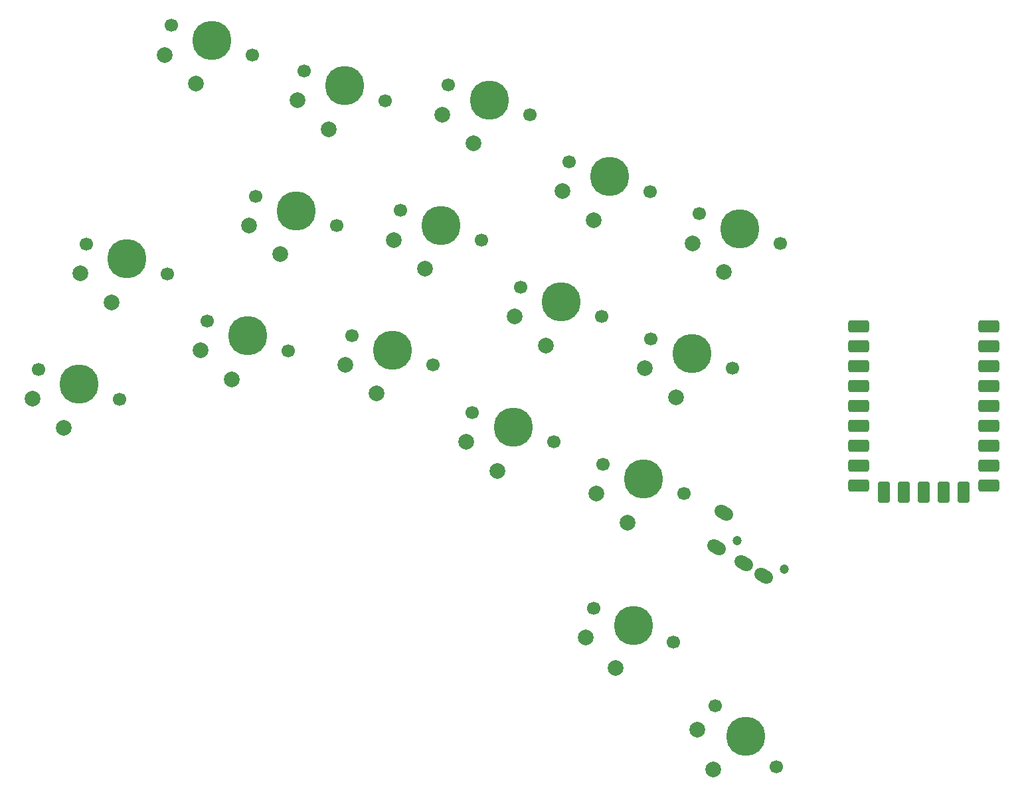
<source format=gts>
%TF.GenerationSoftware,KiCad,Pcbnew,(6.0.11)*%
%TF.CreationDate,2024-04-13T23:12:42+09:00*%
%TF.ProjectId,haqua34_left,68617175-6133-4345-9f6c-6566742e6b69,rev?*%
%TF.SameCoordinates,Original*%
%TF.FileFunction,Soldermask,Top*%
%TF.FilePolarity,Negative*%
%FSLAX46Y46*%
G04 Gerber Fmt 4.6, Leading zero omitted, Abs format (unit mm)*
G04 Created by KiCad (PCBNEW (6.0.11)) date 2024-04-13 23:12:42*
%MOMM*%
%LPD*%
G01*
G04 APERTURE LIST*
G04 Aperture macros list*
%AMRoundRect*
0 Rectangle with rounded corners*
0 $1 Rounding radius*
0 $2 $3 $4 $5 $6 $7 $8 $9 X,Y pos of 4 corners*
0 Add a 4 corners polygon primitive as box body*
4,1,4,$2,$3,$4,$5,$6,$7,$8,$9,$2,$3,0*
0 Add four circle primitives for the rounded corners*
1,1,$1+$1,$2,$3*
1,1,$1+$1,$4,$5*
1,1,$1+$1,$6,$7*
1,1,$1+$1,$8,$9*
0 Add four rect primitives between the rounded corners*
20,1,$1+$1,$2,$3,$4,$5,0*
20,1,$1+$1,$4,$5,$6,$7,0*
20,1,$1+$1,$6,$7,$8,$9,0*
20,1,$1+$1,$8,$9,$2,$3,0*%
%AMHorizOval*
0 Thick line with rounded ends*
0 $1 width*
0 $2 $3 position (X,Y) of the first rounded end (center of the circle)*
0 $4 $5 position (X,Y) of the second rounded end (center of the circle)*
0 Add line between two ends*
20,1,$1,$2,$3,$4,$5,0*
0 Add two circle primitives to create the rounded ends*
1,1,$1,$2,$3*
1,1,$1,$4,$5*%
G04 Aperture macros list end*
%ADD10C,1.200000*%
%ADD11HorizOval,1.700000X-0.341056X0.208999X0.341056X-0.208999X0*%
%ADD12C,2.000000*%
%ADD13C,5.000000*%
%ADD14C,1.700000*%
%ADD15RoundRect,0.400050X-0.965950X-0.400050X0.965950X-0.400050X0.965950X0.400050X-0.965950X0.400050X0*%
%ADD16RoundRect,0.393700X-0.393700X-0.994300X0.393700X-0.994300X0.393700X0.994300X-0.393700X0.994300X0*%
%ADD17RoundRect,0.400000X-0.400000X-0.988000X0.400000X-0.988000X0.400000X0.988000X-0.400000X0.988000X0*%
%ADD18RoundRect,0.400000X-0.966000X-0.400000X0.966000X-0.400000X0.966000X0.400000X-0.966000X0.400000X0*%
G04 APERTURE END LIST*
D10*
%TO.C,J1*%
X114502559Y-99008762D03*
X120471040Y-102666252D03*
D11*
X112786093Y-95493973D03*
X117839040Y-103516299D03*
X115281120Y-101948803D03*
X111870559Y-99858809D03*
%TD*%
D12*
%TO.C,SW4*%
X92201860Y-54460731D03*
X96182081Y-58144186D03*
D13*
X98200000Y-52600000D03*
D14*
X103368309Y-54481111D03*
X93031691Y-50718889D03*
%TD*%
D12*
%TO.C,SW15*%
X96501860Y-93035731D03*
X100482081Y-96719186D03*
D14*
X107668309Y-93056111D03*
X97331691Y-89293889D03*
D13*
X102500000Y-91175000D03*
%TD*%
D12*
%TO.C,SW3*%
X76851860Y-44660731D03*
X80832081Y-48344186D03*
D14*
X88018309Y-44681111D03*
X77681691Y-40918889D03*
D13*
X82850000Y-42800000D03*
%TD*%
D12*
%TO.C,SW16*%
X95162697Y-111394263D03*
X98944686Y-115280979D03*
D13*
X101250000Y-109850000D03*
D14*
X96187223Y-107700979D03*
X106312777Y-111999021D03*
%TD*%
D12*
%TO.C,SW8*%
X70701860Y-60660731D03*
X74682081Y-64344186D03*
D14*
X81868309Y-60681111D03*
D13*
X76700000Y-58800000D03*
D14*
X71531691Y-56918889D03*
%TD*%
D12*
%TO.C,SW10*%
X102676860Y-77035731D03*
X106657081Y-80719186D03*
D14*
X103506691Y-73293889D03*
D13*
X108675000Y-75175000D03*
D14*
X113843309Y-77056111D03*
%TD*%
D12*
%TO.C,SW5*%
X108826860Y-61085731D03*
X112807081Y-64769186D03*
D14*
X109656691Y-57343889D03*
D13*
X114825000Y-59225000D03*
D14*
X119993309Y-61106111D03*
%TD*%
D12*
%TO.C,SW9*%
X86076860Y-70435731D03*
X90057081Y-74119186D03*
D14*
X86906691Y-66693889D03*
X97243309Y-70456111D03*
D13*
X92075000Y-68575000D03*
%TD*%
D12*
%TO.C,SW7*%
X52226860Y-58810731D03*
X56207081Y-62494186D03*
D13*
X58225000Y-56950000D03*
D14*
X63393309Y-58831111D03*
X53056691Y-55068889D03*
%TD*%
D12*
%TO.C,SW12*%
X46076860Y-74785731D03*
X50057081Y-78469186D03*
D14*
X46906691Y-71043889D03*
X57243309Y-74806111D03*
D13*
X52075000Y-72925000D03*
%TD*%
D12*
%TO.C,SW13*%
X64526860Y-76585731D03*
X68507081Y-80269186D03*
D14*
X75693309Y-76606111D03*
X65356691Y-72843889D03*
D13*
X70525000Y-74725000D03*
%TD*%
D15*
%TO.C,RZ1*%
X129993000Y-71665000D03*
X129993000Y-74205000D03*
X129993000Y-76745000D03*
X129993000Y-79285000D03*
X129993000Y-81825000D03*
X129993000Y-84365000D03*
X129993000Y-86905000D03*
X129993000Y-89445000D03*
X129993000Y-91985000D03*
D16*
X133199000Y-92883000D03*
X135739000Y-92883000D03*
X138279000Y-92883000D03*
X140819000Y-92883000D03*
D17*
X143359000Y-92883000D03*
D15*
X146565000Y-91985000D03*
X146565000Y-89445000D03*
X146565000Y-86905000D03*
X146565000Y-84365000D03*
D18*
X146565000Y-81825000D03*
X146565000Y-79285000D03*
X146565000Y-76745000D03*
X146565000Y-74205000D03*
X146565000Y-71665000D03*
%TD*%
D12*
%TO.C,SW17*%
X109352460Y-123201472D03*
X111403070Y-128221930D03*
D14*
X119464087Y-127939087D03*
D13*
X115575000Y-124050000D03*
D14*
X111685913Y-120160913D03*
%TD*%
D12*
%TO.C,SW2*%
X58401860Y-42860731D03*
X62382081Y-46544186D03*
D14*
X69568309Y-42881111D03*
X59231691Y-39118889D03*
D13*
X64400000Y-41000000D03*
%TD*%
D12*
%TO.C,SW1*%
X41475017Y-37035731D03*
X45455238Y-40719186D03*
D13*
X47473157Y-35175000D03*
D14*
X42304848Y-33293889D03*
X52641466Y-37056111D03*
%TD*%
D12*
%TO.C,SW14*%
X79901860Y-86435731D03*
X83882081Y-90119186D03*
D14*
X80731691Y-82693889D03*
D13*
X85900000Y-84575000D03*
D14*
X91068309Y-86456111D03*
%TD*%
D12*
%TO.C,SW6*%
X30701860Y-64960731D03*
X34682081Y-68644186D03*
D14*
X41868309Y-64981111D03*
D13*
X36700000Y-63100000D03*
D14*
X31531691Y-61218889D03*
%TD*%
D12*
%TO.C,SW11*%
X24601860Y-80960731D03*
X28582081Y-84644186D03*
D13*
X30600000Y-79100000D03*
D14*
X35768309Y-80981111D03*
X25431691Y-77218889D03*
%TD*%
M02*

</source>
